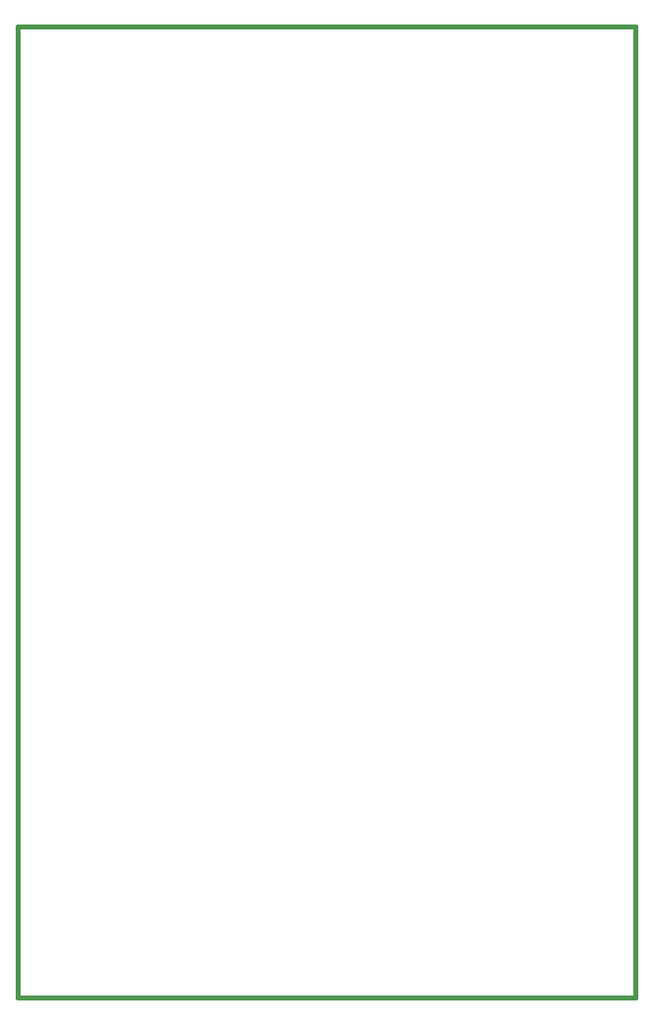
<source format=gko>
%FSLAX33Y33*%
%MOMM*%
%ADD10C,0.381*%
D10*
%LNpath-0*%
G01*
X-26670Y-59690D02*
X26670Y-59690D01*
X26670Y24130*
X-26670Y24130*
X-26670Y-59690*
%LNmechanical details_traces*%
M02*
</source>
